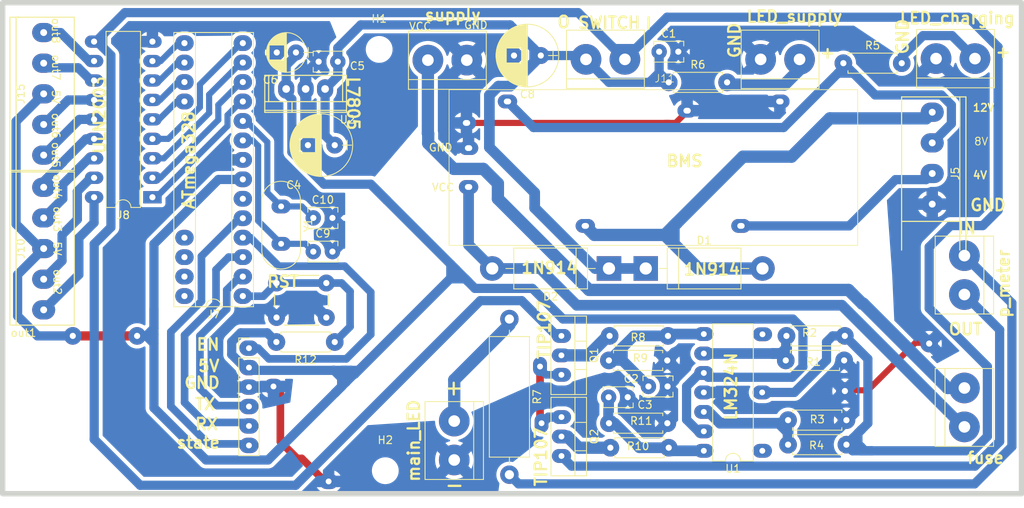
<source format=kicad_pcb>
(kicad_pcb (version 20240108) (generator "pcbnew") (generator_version "8.0")
  (layers (0 "F.Cu" signal) (31 "B.Cu" signal) (34 "B.Paste" user) (35 "F.Paste" user) (36 "B.SilkS" user "B.Silkscreen") (37 "F.SilkS" user "F.Silkscreen") (38 "B.Mask" user) (39 "F.Mask" user) (44 "Edge.Cuts" user))
  (net 0 "")
  (net 1 "/COM")
  (net 2 "/5V")
  (net 4 "/VCC1")
  (net 5 "Net-(D4-A)")
  (net 6 "Net-(D5-A)")
  (net 7 "/VCC")
  (net 8 "/4V_out")
  (net 9 "/8V_out")
  (net 10 "/12V_out")
  (net 11 "/SWITCH")
  (net 12 "/RST")
  (net 13 "/IN8")
  (net 14 "/IN1")
  (net 15 "/IN7")
  (net 16 "/IN2")
  (net 17 "/IN6")
  (net 18 "/IN3")
  (net 19 "/IN5")
  (net 20 "/IN4")
  (net 26 "/OUT8")
  (net 27 "/OUT7")
  (net 28 "/OUT6")
  (net 29 "/OUT5")
  (net 30 "/OUT4")
  (net 31 "/OUT3")
  (net 32 "/OUT2")
  (net 33 "/OUT1")
  (net 34 "/O1")
  (net 35 "/O2")
  (net 36 "GND")
  (net 37 "/1")
  (net 38 "/RX")
  (net 39 "/TX")
  (net 40 "/EN")
  (net 41 "/State")
  (net 42 "/C1")
  (net 43 "/C2")
  (net 44 "/IN_1")
  (net 45 "/IN_2")
  (net 46 "/G1")
  (net 47 "/s")
  (net 48 "/G2")
  (net 49 "/P1")
  (net 50 "Net-(R7-Pad2)")
  (footprint "Package_TO_SOT_THT:TO-220-3_Vertical" (layer "F.Cu") (at 146.2 115 -90)
    (property "Reference" "Q2")
    (property "Value" "NMOS")
  )
  (footprint "MY_LIB:Resistor_small" (layer "F.Cu") (at 183.19 104.4 180)
    (property "Reference" "R2")
    (property "Value" "R")
  )
  (footprint "MY_LIB:Resistor_small" (layer "F.Cu") (at 175.78 115.4)
    (property "Reference" "R3")
    (property "Value" "R")
  )
  (footprint "MY_LIB:Capacitor_10uF" (layer "F.Cu") (at 111.5325 67.4 180)
    (property "Reference" "C6")
    (property "Value" "C")
  )
  (footprint "" (layer "F.Cu") (at 143.4 108.4 90)
    (property "Reference" "")
    (property "Value" "")
  )
  (footprint "MY_LIB:Push_Button" (layer "F.Cu") (at 109 97.5)
    (property "Reference" "SW1" (hide yes))
    (property "Value" "SW_SPST")
  )
  (footprint "MY_LIB:Capacitor_Disc_Small" (layer "F.Cu") (at 117 68.6 180)
    (property "Reference" "C5")
    (property "Value" "C")
  )
  (footprint "MY_LIB:Capacitor_100uF" (layer "F.Cu") (at 116.6 79.5 180)
    (property "Reference" "C4")
    (property "Value" "C")
  )
  (footprint "MY_LIB:Voltage_Regulators" (layer "F.Cu") (at 112.8 72.165 180)
    (property "Reference" "U2")
    (property "Value" "L7805")
  )
  (footprint "MY_LIB:Resistor_small" (layer "F.Cu") (at 183 68.8)
    (property "Reference" "R5")
    (property "Value" "R")
  )
  (footprint "MY_LIB:Capacitor_Disc_Small" (layer "F.Cu") (at 158.95 67.3)
    (property "Reference" "C1")
    (property "Value" "C")
  )
  (footprint "MY_LIB:Resistor_small" (layer "F.Cu") (at 160.2 71.3)
    (property "Reference" "R6")
    (property "Value" "R")
  )
  (footprint "Resistor_THT:R_Axial_DIN0516_L15.5mm_D5.0mm_P20.32mm_Horizontal" (layer "F.Cu") (at 139.4 102.2 -90)
    (property "Reference" "R7")
    (property "Value" "R" (hide yes))
  )
  (footprint "" (layer "F.Cu") (at 162.6 75)
    (property "Reference" "")
    (property "Value" "")
  )
  (footprint "MY_LIB:bornier2" (layer "F.Cu") (at 149.4 68.3)
    (property "Reference" "J6" (hide yes))
    (property "Value" "Conn_01x02_Pin" (hide yes))
  )
  (footprint "MountingHole:MountingHole_3mm" (layer "F.Cu") (at 123.2 122)
    (property "Reference" "H2")
    (property "Value" "MountingHole")
  )
  (footprint "MY_LIB:bornier2" (layer "F.Cu") (at 198.8 111.2 -90)
    (property "Reference" "J2" (hide yes))
    (property "Value" "Conn_01x02_Pin" (hide yes))
  )
  (footprint "MY_LIB:new_5_jst_bournier" (layer "F.Cu") (at 78.6 98 90)
    (property "Reference" "J10")
    (property "Value" "Conn_01x05_Pin")
  )
  (footprint "MY_LIB:Resistor_small" (layer "F.Cu") (at 116.6 105.2 180)
    (property "Reference" "R12")
    (property "Value" "R")
  )
  (footprint "Connector_PinHeader_2.54mm:PinHeader_1x06_P2.54mm_Vertical" (layer "F.Cu") (at 105.4 106)
    (property "Reference" "J9" (hide yes))
    (property "Value" "Conn_01x06_Pin")
  )
  (footprint "MY_LIB:bornier2" (layer "F.Cu") (at 198.8 99 90)
    (property "Reference" "RV1" (hide yes))
    (property "Value" "R_Potentiometer" (hide yes))
  )
  (footprint "MY_LIB:bornier2" (layer "F.Cu") (at 195.1 68.2)
    (property "Reference" "D4" (hide yes))
    (property "Value" "LED")
  )
  (footprint "MY_LIB:DIP-28" (layer "F.Cu") (at 104.6 99.2 180)
    (property "Reference" "J7")
    (property "Value" "Conn_02x14_Counter_Clockwise" (hide yes))
  )
  (footprint "MY_LIB:bornier2" (layer "F.Cu") (at 128.76 68.4)
    (property "Reference" "J1" (hide yes))
    (property "Value" "Conn_01x02_Pin" (hide yes))
  )
  (footprint "MY_LIB:Crystal" (layer "F.Cu") (at 109.6 87.5 -90)
    (property "Reference" "Y1")
    (property "Value" "Crystal" (hide yes))
  )
  (footprint "MY_LIB:Capacitor_Disc_Small" (layer "F.Cu") (at 113.8 89)
    (property "Reference" "C10")
    (property "Value" "C" (hide yes))
  )
  (footprint "MY_LIB:bornier2" (layer "F.Cu") (at 132.2 120.6 90)
    (property "Reference" "D3" (hide yes))
    (property "Value" "LED")
  )
  (footprint "" (layer "F.Cu") (at 115.8 123.4)
    (property "Reference" "")
    (property "Value" "")
  )
  (footprint "MY_LIB:Capacitor_Disc_Small" (layer "F.Cu") (at 152.35 112.4)
    (property "Reference" "C3")
    (property "Value" "C")
  )
  (footprint "" (layer "F.Cu") (at 90.8 104.4)
    (property "Reference" "")
    (property "Value" "")
  )
  (footprint "MY_LIB:Resistor_small" (layer "F.Cu") (at 175.48 107.6)
    (property "Reference" "R1")
    (property "Value" "R")
  )
  (footprint "Package_TO_SOT_THT:TO-220-3_Vertical" (layer "F.Cu") (at 146.19 104.4 -90)
    (property "Reference" "Q1")
    (property "Value" "NMOS" (hide yes))
  )
  (footprint "MY_LIB:Resistor_small" (layer "F.Cu") (at 160.1 104.4 180)
    (property "Reference" "R8")
    (property "Value" "R")
  )
  (footprint "MY_LIB:new_5_jst_bournier" (layer "F.Cu") (at 78.6 77.8 90)
    (property "Reference" "J15")
    (property "Value" "Conn_01x05_Pin")
  )
  (footprint "MY_LIB:Resistor_small" (layer "F.Cu") (at 152.39 107.6)
    (property "Reference" "R9")
    (property "Value" "R")
  )
  (footprint "MY_LIB:Resistor_small" (layer "F.Cu") (at 160.2 119 180)
    (property "Reference" "R10")
    (property "Value" "R")
  )
  (footprint "" (layer "F.Cu") (at 82.4 104.4)
    (property "Reference" "")
    (property "Value" "")
  )
  (footprint "MY_LIB:Resistor_small" (layer "F.Cu") (at 152.4 115.8)
    (property "Reference" "R11")
    (property "Value" "R")
  )
  (footprint "MountingHole:MountingHole_3mm" (layer "F.Cu") (at 122.4 67)
    (property "Reference" "H1")
    (property "Value" "MountingHole")
  )
  (footprint "" (layer "F.Cu") (at 133.8 76.6)
    (property "Reference" "")
    (property "Value" "")
  )
  (footprint "MY_LIB:Capacitor_Disc_Small" (layer "F.Cu") (at 157.55 111)
    (property "Reference" "C2")
    (property "Value" "C")
  )
  (footprint "MY_LIB:Diode_Medium" (layer "F.Cu") (at 157.2 95.6)
    (property "Reference" "D1")
    (property "Value" "1N914")
  )
  (footprint "MY_LIB:Diode_Medium" (layer "F.Cu") (at 152.4 95.6 180)
    (property "Reference" "D2")
    (property "Value" "1N914")
  )
  (footprint "" (layer "F.Cu") (at 143.6 115.8 90)
    (property "Reference" "")
    (property "Value" "")
  )
  (footprint "MY_LIB:Capacitor_100uF" (layer "F.Cu") (at 143.5 67.8 180)
    (property "Reference" "C8")
    (property "Value" "C")
  )
  (footprint "Package_DIP:DIP-14_W7.62mm" (layer "F.Cu") (at 172.4 119.4 180)
    (property "Reference" "U1")
    (property "Value" "~")
  )
  (footprint "" (layer "F.Cu") (at 108.6 111)
    (property "Reference" "")
    (property "Value" "")
  )
  (footprint "MY_LIB:new_5_jst_bournier" (layer "F.Cu") (at 194.6 78.2 -90)
    (property "Reference" "J5")
    (property "Value" "Conn_01x04_Pin")
  )
  (footprint "" (layer "F.Cu") (at 194.2 105.4)
    (property "Reference" "")
    (property "Value" "")
  )
  (footprint "MY_LIB:bornier2" (layer "F.Cu") (at 172.2 68.3)
    (property "Reference" "D5" (hide yes))
    (property "Value" "LED")
  )
  (footprint "BMS:BMS" (layer "F.Cu") (at 159.47 74.8)
    (property "Reference" "J11")
    (property "Value" "Conn_01x06_Pin" (hide yes))
  )
  (footprint "Package_DIP:DIP-18_W7.62mm_LongPads" (layer "F.Cu") (at 92.8 86.3 180)
    (property "Reference" "J8")
    (property "Value" "Conn_02x09_Counter_Clockwise" (hide yes))
  )
  (footprint "MY_LIB:Capacitor_Disc_Small" (layer "F.Cu") (at 113.8 93.4)
    (property "Reference" "C9")
    (property "Value" "C" (hide yes))
  )
  (footprint "" (layer "F.Cu") (at 183.2 111.6)
    (property "Reference" "")
    (property "Value" "")
  )
  (footprint "MY_LIB:Resistor_small" (layer "F.Cu") (at 183.4 118.6 180)
    (property "Reference" "R4")
    (property "Value" "R")
  )
  (gr_rect (start 73.25 60.9) (end 206.25 125) (stroke (width 0.7)) (fill none) (layer "Edge.Cuts"))
  (gr_text "out1\n" (at 74.2 104.6 0) (layer "F.SilkS") (effects (font (size 1 1)) (justify left bottom)))
  (gr_text "ATmega328" (at 98.4 88 90) (layer "F.SilkS") (effects (font (size 1.5 1.5) (thickness 0.3) (bold yes)) (justify left bottom)))
  (gr_text "GND\n" (at 169.66 68.3 90) (layer "F.SilkS") (effects (font (size 1.5 1.5) (thickness 0.3) (bold yes)) (justify left bottom)))
  (gr_text "ULN2003" (at 86.8 80.8 90) (layer "F.SilkS") (effects (font (size 1.5 1.5) (thickness 0.3) (bold yes)) (justify left bottom)))
  (gr_text "BMS" (at 159.75 82.45 0) (layer "F.SilkS") (effects (font (size 1.5 1.5) (thickness 0.3) (bold yes)) (justify left bottom)))
  (gr_text "1N914" (at 162 96.6 0) (layer "F.SilkS") (effects (font (size 1.5 1.5) (thickness 0.3) (bold yes)) (justify left bottom)))
  (gr_text "4V" (at 199.8 84 0) (layer "F.SilkS") (effects (font (size 1 1) (thickness 0.2) (bold yes)) (justify left bottom)))
  (gr_text "LED_supply" (at 170.2 63.6 0) (layer "F.SilkS") (effects (font (size 1.5 1.5) (thickness 0.3) (bold yes)) (justify left bottom)))
  (gr_text "5V" (at 98.6 109.2 0) (layer "F.SilkS") (effects (font (size 1.5 1.5) (thickness 0.3) (bold yes)) (justify left bottom)))
  (gr_text "out2\n" (at 79.8 95.6 -90) (layer "F.SilkS") (effects (font (size 1 1)) (justify left bottom)))
  (gr_text "out4" (at 79.8 83.2 -90) (layer "F.SilkS") (effects (font (size 1 1)) (justify left bottom)))
  (gr_text "SWITCH" (at 148.2 64.4 0) (layer "F.SilkS") (effects (font (size 1.5 1.5) (thickness 0.3) (bold yes)) (justify left bottom)))
  (gr_text "+" (at 202.72 68.2 0) (layer "F.SilkS") (effects (font (size 1.5 1.5) (thickness 0.3) (bold yes)) (justify left bottom)))
  (gr_text "I" (at 157.02 64.49 0) (layer "F.SilkS") (effects (font (size 1.5 1.5) (thickness 0.3) (bold yes)) (justify left bottom)))
  (gr_text "out7" (at 80.8 67.6 -90) (layer "F.SilkS") (effects (font (size 1 1)) (justify left top)))
  (gr_text "TIP107" (at 144.4 124.2 90) (layer "F.SilkS") (effects (font (size 1.5 1.5) (thickness 0.3) (bold yes)) (justify left bottom)))
  (gr_text "GND\n" (at 128.8 80.4 0) (layer "F.SilkS") (effects (font (size 1 1)) (justify left bottom)))
  (gr_text "out5" (at 79.6 79 -90) (layer "F.SilkS") (effects (font (size 1 1)) (justify left bottom)))
  (gr_text "GND" (at 96.8 111.4 0) (layer "F.SilkS") (effects (font (size 1.5 1.5) (thickness 0.3) (bold yes)) (justify left bottom)))
  (gr_text "+" (at 130.7 112.3 0) (layer "F.SilkS") (effects (font (size 2 2) (thickness 0.3) (bold yes)) (justify left bottom)))
  (gr_text "-" (at 130.8 125 0) (layer "F.SilkS") (effects (font (size 2 2) (thickness 0.3) (bold yes)) (justify left bottom)))
  (gr_text "GND" (at 133.4 64.4 0) (layer "F.SilkS") (effects (font (size 1 1)) (justify left bottom)))
  (gr_text "IN" (at 197.8 91.2 0) (layer "F.SilkS") (effects (font (size 1.5 1.5) (thickness 0.3) (bold yes)) (justify left bottom)))
  (gr_text "LED_charging" (at 190.2 63.8 0) (layer "F.SilkS") (effects (font (size 1.5 1.5) (thickness 0.3) (bold yes)) (justify left bottom)))
  (gr_text "p_meter" (at 204.8 102.2 90) (layer "F.SilkS") (effects (font (size 1.5 1.5) (thickness 0.3) (bold yes)) (justify left bottom)))
  (gr_text "5V" (at 79.6 72.2 -90) (layer "F.SilkS") (effects (font (size 1 1)) (justify left bottom)))
  (gr_text "out3" (at 79.8 87.4 -90) (layer "F.SilkS") (effects (font (size 1 1)) (justify left bottom)))
  (gr_text "VCC" (at 126.22 64.59 0) (layer "F.SilkS") (effects (font (size 1 1)) (justify left bottom)))
  (gr_text "RST" (at 107.6 98.2 0) (layer "F.SilkS") (effects (font (size 1.5 1.5) (thickness 0.3) (bold yes)) (justify left bottom)))
  (gr_text "fuse" (at 199 121.2 0) (layer "F.SilkS") (effects (font (size 1.5 1.5) (thickness 0.3) (bold yes)) (justify left bottom)))
  (gr_text "EN" (at 98.4 106.4 0) (layer "F.SilkS") (effects (font (size 1.5 1.5) (thickness 0.3) (bold yes)) (justify left bottom)))
  (gr_text "12V" (at 199.8 75.2 0) (layer "F.SilkS") (effects (font (size 1 1) (thickness 0.1875)) (justify left bottom)))
  (gr_text "OUT" (at 196.6 104.4 0) (layer "F.SilkS") (effects (font (size 1.5 1.5) (thickness 0.3) (bold yes)) (justify left bottom)))
  (gr_text "5V" (at 79.8 92 -90) (layer "F.SilkS") (effects (font (size 1 1)) (justify left bottom)))
  (gr_text "out8" (at 79.6 62.8 -90) (layer "F.SilkS") (effects (font (size 1 1)) (justify left bottom)))
  (gr_text "8V" (at 200 79.6 0) (layer "F.SilkS") (effects (font (size 1 1) (thickness 0.125)) (justify left bottom)))
  (gr_text "+" (at 179.82 68.3 0) (layer "F.SilkS") (effects (font (size 1.5 1.5) (thickness 0.3) (bold yes)) (justify left bottom)))
  (gr_text "main_LED" (at 127.8 123.6 90) (layer "F.SilkS") (effects (font (size 1.5 1.5) (thickness 0.3) (bold yes)) (justify left bottom)))
  (gr_text "GND\n" (at 199.4 88.2 0) (layer "F.SilkS") (effects (font (size 1.5 1.5) (thickness 0.3) (bold yes)) (justify left bottom)))
  (gr_text "LM324N" (at 169.2 115.6 90) (layer "F.SilkS") (effects (font (size 1.5 1.5) (thickness 0.3) (bold yes)) (justify left bottom)))
  (gr_text "TX" (at 98.2 114.2 0) (layer "F.SilkS") (effects (font (size 1.5 1.5) (thickness 0.3) (bold yes)) (justify left bottom)))
  (gr_text "GND\n" (at 191.6 67.8 90) (layer "F.SilkS") (effects (font (size 1.5 1.5) (thickness 0.3) (bold yes)) (justify left bottom)))
  (gr_text "state" (at 95.8 119.2 0) (layer "F.SilkS") (effects (font (size 1.5 1.5) (thickness 0.3) (bold yes)) (justify left bottom)))
  (gr_text "TIP107" (at 144.8 107.6 90) (layer "F.SilkS") (effects (font (size 1.5 1.5) (thickness 0.3) (bold yes)) (justify left bottom)))
  (gr_text "L7805" (at 118.134 70.387 -90) (layer "F.SilkS") (effects (font (size 1.5 1.5) (thickness 0.3) (bold yes)) (justify left bottom)))
  (gr_text "O" (at 145.5 64.3 0) (layer "F.SilkS") (effects (font (size 1.5 1.5) (thickness 0.3) (bold yes)) (justify left bottom)))
  (gr_text "VCC" (at 129.2 85.6 0) (layer "F.SilkS") (effects (font (size 1 1)) (justify left bottom)))
  (gr_text "RX" (at 98.2 116.8 0) (layer "F.SilkS") (effects (font (size 1.5 1.5) (thickness 0.3) (bold yes)) (justify left bottom)))
  (gr_text "1N914" (at 140.8 96.4 0) (layer "F.SilkS") (effects (font (size 1.5 1.5) (thickness 0.3) (bold yes)) (justify left bottom)))
  (gr_text "out6" (at 79.6 75.2 -90) (layer "F.SilkS") (effects (font (size 1 1)) (justify left bottom)))
  (gr_text "supply" (at 128.2 63.4 0) (layer "F.SilkS") (effects (font (size 1.5 1.5) (thickness 0.3) (bold yes)) (justify left bottom)))
  (segment (start 157.9 71.1) (end 158.95 70.05) (width 1.2) (layer "B.Cu") (net 1))
  (segment (start 157.9 71.3) (end 157.9 71.1) (width 1.2) (layer "B.Cu") (net 1))
  (segment (start 142.6 68.7) (end 143.5 67.8) (width 1.4) (layer "B.Cu") (net 1))
  (segment (start 160 71.5) (end 160.2 71.3) (width 1.6) (layer "B.Cu") (net 1))
  (segment (start 117 68.6) (end 117 66.8) (width 1.2) (layer "B.Cu") (net 1))
  (segment (start 152.4 71.3) (end 157.9 71.3) (width 1.2) (layer "B.Cu") (net 1))
  (segment (start 139.5 63.8) (end 142.55 66.85) (width 1.2) (layer "B.Cu") (net 1))
  (segment (start 136.788 79.788) (end 136.788 72.971573) (width 1.4) (layer "B.Cu") (net 1))
  (segment (start 136.788 72.971573) (end 137.959573 71.8) (width 1.4) (layer "B.Cu") (net 1))
  (segment (start 139.5 71.8) (end 142.6 68.7) (width 1.4) (layer "B.Cu") (net 1))
  (segment (start 149.3 68.4) (end 149.4 68.3) (width 1.6) (layer "B.Cu") (net 1))
  (segment (start 158.95 67.3) (end 158.95 70.05) (width 1.2) (layer "B.Cu") (net 1))
  (segment (start 142.7 87.7) (end 142.7 85.7) (width 1.4) (layer "B.Cu") (net 1))
  (segment (start 115.34 72.165) (end 115.34 78.24) (width 1.2) (layer "B.Cu") (net 1))
  (segment (start 117 68.6) (end 117 70.505) (width 1.2) (layer "B.Cu") (net 1))
  (segment (start 142.55 66.85) (end 143.5 67.8) (width 1.2) (layer "B.Cu") (net 1))
  (segment (start 117 70.505) (end 115.34 72.165) (width 1.2) (layer "B.Cu") (net 1))
  (segment (start 142.6 66.9) (end 142.6 68.7) (width 1.2) (layer "B.Cu") (net 1))
  (segment (start 157.9 71.3) (end 160.2 71.3) (width 1.2) (layer "B.Cu") (net 1))
  (segment (start 149.4 68.3) (end 149.4 69.1) (width 1.6) (layer "B.Cu") (net 1))
  (segment (start 149.4 68.3) (end 152.4 71.3) (width 1.2) (layer "B.Cu") (net 1))
  (segment (start 150.6 95.6) (end 142.7 87.7) (width 1.4) (layer "B.Cu") (net 1))
  (segment (start 158.95 70.05) (end 160.2 71.3) (width 1.2) (layer "B.Cu") (net 1))
  (segment (start 156.8 96) (end 157.2 95.6) (width 1.4) (layer "B.Cu") (net 1))
  (segment (start 142.7 85.7) (end 136.788 79.788) (width 1.4) (layer "B.Cu") (net 1))
  (segment (start 120 63.8) (end 139.5 63.8) (width 1.2) (layer "B.Cu") (net 1))
  (segment (start 143.5 67.8) (end 148.9 67.8) (width 1.2) (layer "B.Cu") (net 1))
  (segment (start 152.4 95.6) (end 150.6 95.6) (width 1.4) (layer "B.Cu") (net 1))
  (segment (start 115.34 78.24) (end 116.6 79.5) (width 1.2) (layer "B.Cu") (net 1))
  (segment (start 157.2 95.6) (end 152.4 95.6) (width 1.4) (layer "B.Cu") (net 1))
  (segment (start 117 66.8) (end 120 63.8) (width 1.2) (layer "B.Cu") (net 1))
  (segment (start 148.9 67.8) (end 149.4 68.3) (width 1.2) (layer "B.Cu") (net 1))
  (segment (start 142.55 66.85) (end 142.6 66.9) (width 1.2) (layer "B.Cu") (net 1))
  (segment (start 137.959573 71.8) (end 139.5 71.8) (width 1.4) (layer "B.Cu") (net 1))
  (segment (start 83.6 104.4) (end 90.6 104.4) (width 1.2) (layer "F.Cu") (net 2))
  (segment (start 119.52 108.9) (end 119.56 108.94) (width 1.2) (layer "B.Cu") (net 2))
  (segment (start 110.26 72.165) (end 110.26 69.071638) (width 1.2) (layer "B.Cu") (net 2))
  (segment (start 131.65 96.95) (end 132.4 96.2) (width 1.2) (layer "B.Cu") (net 2))
  (segment (start 105.26 108.4) (end 105.4 108.54) (width 1.2) (layer "B.Cu") (net 2))
  (segment (start 116.5 108.9) (end 117.5 109.9) (width 1.2) (layer "B.Cu") (net 2))
  (segment (start 132.4 95.7) (end 133.95 97.25) (width 1.2) (layer "B.Cu") (net 2))
  (segment (start 117.6 108.9) (end 119.52 108.9) (width 1.2) (layer "B.Cu") (net 2))
  (segment (start 92.8 104.4) (end 93 104.2) (width 1.2) (layer "B.Cu") (net 2))
  (segment (start 105.44 108.5) (end 105.4 108.54) (width 1.2) (layer "B.Cu") (net 2))
  (segment (start 93 105.4) (end 93 104.2) (width 1.2) (layer "B.Cu") (net 2))
  (segment (start 103.15 105.171573) (end 104.321573 104) (width 1.2) (layer "B.Cu") (net 2))
  (segment (start 146.4 102.2) (end 176.41056 102.2) (width 1.2) (layer "B.Cu") (net 2))
  (segment (start 105.4 108.54) (end 105.76 108.9) (width 1.2) (layer "B.Cu") (net 2))
  (segment (start 118.7 108.9) (end 119.2 109.4) (width 1.2) (layer "B.Cu") (net 2))
  (segment (start 176.32056 109.8) (end 165.34 109.8) (width 1.2) (layer "B.Cu") (net 2))
  (segment (start 132.4 96.2) (end 132.4 95.7) (width 1.2) (layer "B.Cu") (net 2))
  (segment (start 90.8 104.4) (end 92.8 104.4) (width 1.2) (layer "B.Cu") (net 2))
  (segment (start 111 80.4) (end 115.2 84.6) (width 1.2) (layer "B.Cu") (net 2))
  (segment (start 110.26 72.165) (end 110.26 72.744138) (width 1.2) (layer "B.Cu") (net 2))
  (segment (start 78.2 93) (end 75 89.8) (width 1.2) (layer "B.Cu") (net 2))
  (segment (start 119.56 108.94) (end 118.05 110.45) (width 1.2) (layer "B.Cu") (net 2))
  (segment (start 75 89.8) (end 75 76.4) (width 1.2) (layer "B.Cu") (net 2))
  (segment (start 105.66 108.5) (end 105.44 108.5) (width 1.2) (layer "B.Cu") (net 2))
  (segment (start 99.8 120.6) (end 93 113.8) (width 1.2) (layer "B.Cu") (net 2))
  (segment (start 93 113.8) (end 93 105.4) (width 1.2) (layer "B.Cu") (net 2))
  (segment (start 75.2 96.4) (end 75.2 101.8) (width 1.2) (layer "B.Cu") (net 2))
  (segment (start 131.65 96.95) (end 119.2 109.4) (width 1.2) (layer "B.Cu") (net 2))
  (segment (start 103.15 106.828427) (end 103.15 105.171573) (width 1.2) (layer "B.Cu") (net 2))
  (segment (start 121.3 84.6) (end 123.4 86.7) (width 1.2) (layer "B.Cu") (net 2))
  (segment (start 111.5325 67.799138) (end 111.5325 67.4) (width 1.2) (layer "B.Cu") (net 2))
  (segment (start 133.65 96.95) (end 133.95 97.25) (width 1.2) (layer "B.Cu") (net 2))
  (segment (start 177.72 108.40056) (end 176.32056 109.8) (width 1.2) (layer "B.Cu") (net 2))
  (segment (start 118 110.4) (end 118 108.9) (width 1.2) (layer "B.Cu") (net 2))
  (segment (start 142.4 98.2) (end 146.4 102.2) (width 1.2) (layer "B.Cu") (net 2))
  (segment (start 75 76.4) (end 78.6 72.8) (width 1.2) (layer "B.Cu") (net 2))
  (segment (start 116.4 108.9) (end 117.6 108.9) (width 1.2) (layer "B.Cu") (net 2))
  (segment (start 104.58 83.98) (end 104.6 83.96) (width 1.2) (layer "B.Cu") (net 2))
  (segment (start 77.8 104.4) (end 82.4 104.4) (width 1.2) (layer "B.Cu") (net 2))
  (segment (start 110.26 72.744138) (end 111 73.484138) (width 1.2) (layer "B.Cu") (net 2))
  (segment (start 117.6 108.9) (end 118 108.9) (width 1.2) (layer "B.Cu") (net 2))
  (segment (start 105.66 108.4) (end 105.52 108.54) (width 1.2) (layer "B.Cu") (net 2))
  (segment (start 132.2 95.5) (end 132.4 95.7) (width 1.2) (layer "B.Cu") (net 2))
  (segment (start 118 108.9) (end 118.7 108.9) (width 1.2) (layer "B.Cu") (net 2))
  (segment (start 107.9 120.6) (end 99.8 120.6) (width 1.2) (layer "B.Cu") (net 2))
  (segment (start 131.75 96.85) (end 131.75 95.05) (width 1.2) (layer "B.Cu") (net 2))
  (segment (start 75.2 101.8) (end 77.8 104.4) (width 1.2) (layer "B.Cu") (net 2))
  (segment (start 105.04 108.4) (end 105.26 108.4) (width 1.2) (layer "B.Cu") (net 2))
  (segment (start 162.53 110.992994) (end 162.53 115.33) (width 1.2) (layer "B.Cu") (net 2))
  (segment (start 105.52 108.54) (end 105.4 108.54) (width 1.2) (layer "B.Cu") (net 2))
  (segment (start 162.53 115.33) (end 164.06 116.86) (width 1.2) (layer "B.Cu") (net 2))
  (segment (start 92 104.4) (end 93 103.4) (width 1.2) (layer "B.Cu") (net 2))
  (segment (start 131.65 96.95) (end 131.75 96.85) (width 1.2) (layer "B.Cu") (net 2))
  (segment (start 116.65 111.85) (end 117.5 111) (width 1.2) (layer "B.Cu") (net 2))
  (segment (start 110.26 69.071638) (end 111.5325 67.799138) (width 1.2) (layer "B.Cu") (net 2))
  (segment (start 105.66 108.9) (end 105.4 108.64) (width 1.2) (layer "B.Cu") (net 2))
  (segment (start 105.4 108.54) (end 104.861573 108.54) (width 1.2) (layer "B.Cu") (net 2))
  (segment (start 105.4 108.34) (end 105.4 108.54) (width 1.2) (layer "B.Cu") (net 2))
  (segment (start 93 103.4) (end 93 100.8) (width 1.2) (layer "B.Cu") (net 2))
  (segment (start 93 103.4) (end 93 92.4) (width 1.2) (layer "B.Cu") (net 2))
  (segment (start 164.282994 109.24) (end 162.53 110.992994) (width 1.2) (layer "B.Cu") (net 2))
  (segment (start 93 92.4) (end 101.42 83.98) (width 1.2) (layer "B.Cu") (net 2))
  (segment (start 164.06 116.86) (end 164.78 116.86) (width 1.2) (layer "B.Cu") (net 2))
  (segment (start 90.8 104.4) (end 92 104.4) (width 1.2) (layer "B.Cu") (net 2))
  (segment (start 101.42 83.98) (end 104.58 83.98) (width 1.2) (layer "B.Cu") (net 2))
  (segment (start 117.5 109.9) (end 118 110.4) (width 1.2) (layer "B.Cu") (net 2))
  (segment (start 92 104.4) (end 93 105.4) (width 1.2) (layer "B.Cu") (net 2))
  (segment (start 131.65 96.95) (end 133.65 96.95) (width 1.2) (layer "B.Cu") (net 2))
  (segment (start 131.75 95.05) (end 132.2 95.5) (width 1.2) (layer "B.Cu") (net 2))
  (segment (start 116.4 108.9) (end 116.5 108.9) (width 1.2) (layer "B.Cu") (net 2))
  (segment (start 107.78 104) (end 108.98 105.2) (width 1.2) (layer "B.Cu") (net 2))
  (segment (start 78.6 93) (end 78.2 93) (width 1.2) (layer "B.Cu") (net 2))
  (segment (start 111 73.484138) (end 111 80.4) (width 1.2) (layer "B.Cu") (net 2))
  (segment (start 176.41056 102.2) (end 177.72 103.50944) (width 1.2) (layer "B.Cu") (net 2))
  (segment (start 105.3 108.54) (end 105.4 108.54) (width 1.2) (layer "B.Cu") (net 2))
  (segment (start 104.861573 108.54) (end 103.15 106.828427) (width 1.2) (layer "B.Cu") (net 2))
  (segment (start 123.4 86.7) (end 131.75 95.05) (width 1.2) (layer "B.Cu") (net 2))
  (segment (start 134.9 98.2) (end 142.4 98.2) (width 1.2) (layer "B.Cu") (net 2))
  (segment (start 115.2 84.6) (end 121.3 84.6) (width 1.2) (layer "B.Cu") (net 2))
  (segment (start 116.65 111.85) (end 107.9 120.6) (width 1.2) (layer "B.Cu") (net 2))
  (segment (start 105.4 108.64) (end 105.4 108.54) (width 1.2) (layer "B.Cu") (net 2))
  (segment (start 133.95 97.25) (end 134.9 98.2) (width 1.2) (layer "B.Cu") (net 2))
  (segment (start 177.72 103.50944) (end 177.72 108.40056) (width 1.2) (layer "B.Cu") (net 2))
  (segment (start 118.05 110.45) (end 116.65 111.85) (width 1.2) (layer "B.Cu") (net 2))
  (segment (start 118.05 110.45) (end 118 110.4) (width 1.2) (layer "B.Cu") (net 2))
  (segment (start 105.76 108.9) (end 116.4 108.9) (width 1.2) (layer "B.Cu") (net 2))
  (segment (start 164.78 109.24) (end 164.282994 109.24) (width 1.2) (layer "B.Cu") (net 2))
  (segment (start 93 104.2) (end 93 103.4) (width 1.2) (layer "B.Cu") (net 2))
  (segment (start 117.5 111) (end 117.5 109.9) (width 1.2) (layer "B.Cu") (net 2))
  (segment (start 131.65 96.95) (end 132.05 96.55) (width 1.2) (layer "B.Cu") (net 2))
  (segment (start 78.6 93) (end 75.2 96.4) (width 1.2) (layer "B.Cu") (net 2))
  (segment (start 104.321573 104) (end 107.78 104) (width 1.2) (layer "B.Cu") (net 2))
  (segment (start 165.34 109.8) (end 164.78 109.24) (width 1.2) (layer "B.Cu") (net 2))
  (segment (start 105.04 108.8) (end 105.3 108.54) (width 1.2) (layer "B.Cu") (net 2))
  (segment (start 121.45 84.75) (end 123.4 86.7) (width 1.2) (layer "B.Cu") (net 2))
  (segment (start 134.07 92.51) (end 137.16 95.6) (width 1.4) (layer "B.Cu") (net 4))
  (segment (start 143.4 95.6) (end 148.2 100.4) (width 1.4) (layer "B.Cu") (net 4))
  (segment (start 198.68 116.28) (end 198.8 116.28) (width 1.4) (layer "B.Cu") (net 4))
  (segment (start 148.2 100.4) (end 182.8 100.4) (width 1.4) (layer "B.Cu") (net 4))
  (segment (start 137.16 95.6) (end 143.4 95.6) (width 1.4) (layer "B.Cu") (net 4))
  (segment (start 182.8 100.4) (end 198.68 116.28) (width 1.4) (layer "B.Cu") (net 4))
  (segment (start 134.07 84.96) (end 134.07 92.51) (width 1.4) (layer "B.Cu") (net 4))
  (segment (start 193.4 65.2) (end 197.18 65.2) (width 1.2) (layer "B.Cu") (net 5))
  (segment (start 190.62 67.98) (end 193.4 65.2) (width 1.2) (layer "B.Cu") (net 5))
  (segment (start 197.18 65.2) (end 200.18 68.2) (width 1.2) (layer "B.Cu") (net 5))
  (segment (start 190.62 68.8) (end 190.62 67.98) (width 1.2) (layer "B.Cu") (net 5))
  (segment (start 175.3 71.6) (end 177.28 69.62) (width 1.6) (layer "B.Cu") (net 6))
  (segment (start 167.82 71.3) (end 168.12 71.6) (width 1.6) (layer "B.Cu") (net 6))
  (segment (start 168.12 71.6) (end 175.3 71.6) (width 1.6) (layer "B.Cu") (net 6))
  (segment (start 177.28 69.62) (end 177.28 68.3) (width 1.6) (layer "B.Cu") (net 6))
  (segment (start 183.674516 98.4) (end 185.474516 100.2) (width 1.6) (layer "B.Cu") (net 7))
  (segment (start 128.8 79.26327) (end 132.13673 82.6) (width 1.6) (layer "B.Cu") (net 7))
  (segment (start 128.8 78) (end 128.8 79.26327) (width 1.6) (layer "B.Cu") (net 7))
  (segment (start 185.474516 100.2) (end 185.6 100.2) (width 1.6) (layer "B.Cu") (net 7))
  (segment (start 137.9 86.5) (end 149.8 98.4) (width 1.6) (layer "B.Cu") (net 7))
  (segment (start 185.6 100.2) (end 196.6 111.2) (width 1.6) (layer "B.Cu") (net 7))
  (segment (start 132.13673 82.6) (end 136 82.6) (width 1.6) (layer "B.Cu") (net 7))
  (segment (start 128.76 68.4) (end 128.76 77.96) (width 1.6) (layer "B.Cu") (net 7))
  (segment (start 196.6 111.2) (end 198.8 111.2) (width 1.6) (layer "B.Cu") (net 7))
  (segment (start 149.8 98.4) (end 183.674516 98.4) (width 1.6) (layer "B.Cu") (net 7))
  (segment (start 137.9 84.5) (end 137.9 86.5) (width 1.6) (layer "B.Cu") (net 7))
  (segment (start 136 82.6) (end 137.9 84.5) (width 1.6) (layer "B.Cu") (net 7))
  (segment (start 128.76 77.96) (end 128.8 78) (width 1.6) (layer "B.Cu") (net 7))
  (segment (start 193.8 84) (end 194.6 83.2) (width 1.2) (layer "B.Cu") (net 8))
  (segment (start 183.76 90.04) (end 189.8 84) (width 1.2) (layer "B.Cu") (net 8))
  (segment (start 189.8 84) (end 193.8 84) (width 1.2) (layer "B.Cu") (net 8))
  (segment (start 169.63 90.04) (end 183.76 90.04) (width 1.2) (layer "B.Cu") (net 8))
  (segment (start 183 69.4) (end 183 68.8) (width 1.2) (layer "B.Cu") (net 9))
  (segment (start 197.1 74.268019) (end 197.1 76.7) (width 1.2) (layer "B.Cu") (net 9))
  (segment (start 197.1 76.7) (end 194.6 79.2) (width 1.2) (layer "B.Cu") (net 9))
  (segment (start 175.2 77.2) (end 182.3 70.1) (width 1.2) (layer "B.Cu") (net 9))
  (segment (start 183 68.8) (end 184.3 70.1) (width 1.2) (layer "B.Cu") (net 9))
  (segment (start 195.781981 72.95) (end 197.1 74.268019) (width 1.2) (layer "B.Cu") (net 9))
  (segment (start 182.3 70.1) (end 184.3 70.1) (width 1.2) (layer "B.Cu") (net 9))
  (segment (start 182.3 70.1) (end 183 69.4) (width 1.2) (layer "B.Cu") (net 9))
  (segment (start 139.15 73.8) (end 142.55 77.2) (width 1.2) (layer "B.Cu") (net 9))
  (segment (start 142.55 77.2) (end 175.2 77.2) (width 1.2) (layer "B.Cu") (net 9))
  (segment (start 187.15 72.95) (end 195.781981 72.95) (width 1.2) (layer "B.Cu") (net 9))
  (segment (start 184.3 70.1) (end 187.15 72.95) (width 1.2) (layer "B.Cu") (net 9))
  (segment (start 149.31 90.04) (end 150.49 91.22) (width 1.6) (layer "B.Cu") (net 10))
  (segment (start 159.68 91.22) (end 160.83 92.37) (width 1.6) (layer "B.Cu") (net 10))
  (segment (start 173.04 96.2) (end 172.44 95.6) (width 1.6) (layer "B.Cu") (net 10))
  (segment (start 150.49 91.22) (end 159.68 91.22) (width 1.6) (layer "B.Cu") (net 10))
  (segment (start 160.83 90.07) (end 160.83 92.37) (width 1.6) (layer "B.Cu") (net 10))
  (segment (start 176.231869 81.003441) (end 181.23531 76) (width 1.6) (layer "B.Cu") (net 10))
  (segment (start 160.83 92.37) (end 164.06 95.6) (width 1.6) (layer "B.Cu") (net 10))
  (segment (start 164.06 95.6) (end 172.44 95.6) (width 1.6) (layer "B.Cu") (net 10))
  (segment (start 181.23531 76) (end 193.8 76) (width 1.6) (layer "B.Cu") (net 10))
  (segment (start 161.25 89.65) (end 160.83 90.07) (width 1.6) (layer "B.Cu") (net 10))
  (segment (start 159.68 91.22) (end 161.25 89.65) (width 1.6) (layer "B.Cu") (net 10))
  (segment (start 161.25 89.65) (end 169.896559 81.003441) (width 1.6) (layer "B.Cu") (net 10))
  (segment (start 169.896559 81.003441) (end 176.231869 81.003441) (width 1.6) (layer "B.Cu") (net 10))
  (segment (start 193.8 76) (end 194.6 75.2) (width 1.6) (layer "B.Cu") (net 10))
  (segment (start 85.2 92.4) (end 85.2 117.9) (width 1.2) (layer "B.Cu") (net 11))
  (segment (start 201.8 108.4) (end 194.2 100.8) (width 1.2) (layer "B.Cu") (net 11))
  (segment (start 185.8 119.4) (end 185.3 118.9) (width 1.2) (layer "B.Cu") (net 11))
  (segment (start 186.7 119.4) (end 199.922641 119.4) (width 1.2) (layer "B.Cu") (net 11))
  (segment (start 152.79 66.61) (end 148.38 62.2) (width 1.2) (layer "B.Cu") (net 11))
  (segment (start 148.38 62.2) (end 89.2 62.2) (width 1.2) (layer "B.Cu") (net 11))
  (segment (start 199.3 62.8) (end 159.98 62.8) (width 1.2) (layer "B.Cu") (net 11))
  (segment (start 186.2 107.41) (end 183.19 104.4) (width 1.2) (layer "B.Cu") (net 11))
  (segment (start 85.2 117.9) (end 91.2 123.9) (width 1.2) (layer "B.Cu") (net 11))
  (segment (start 184.3 117.7) (end 185.35 116.65) (width 1.2) (layer "B.Cu") (net 11))
  (segment (start 86.302792 65.097208) (end 86.302792 66.697208) (width 1.2) (layer "B.Cu") (net 11))
  (segment (start 85.18 65.98) (end 85.585584 65.98) (width 1.2) (layer "B.Cu") (net 11))
  (segment (start 180.8 107.583302) (end 176.603302 111.78) (width 1.2) (layer "B.Cu") (net 11))
  (segment (start 89.2 62.2) (end 86.4 65) (width 1.2) (layer "B.Cu") (net 11))
  (segment (start 135.6 99.8) (end 141 99.8) (width 1.2) (layer "B.Cu") (net 11))
  (segment (start 153.07 66.89) (end 155.89 66.89) (width 1.2) (layer "B.Cu") (net 11))
  (segment (start 201.8 117.522641) (end 201.8 108.4) (width 1.2) (layer "B.Cu") (net 11))
  (segment (start 86.4 65) (end 85.42 65.98) (width 1.2) (layer "B.Cu") (net 11))
  (segment (start 183.4 118.6) (end 184.2 119.4) (width 1.2) (layer "B.Cu") (net 11))
  (segment (start 154.48 68.3) (end 152.79 66.61) (width 1.2) (layer "B.Cu") (net 11))
  (segment (start 194.2 92.794617) (end 196.994617 90) (width 1.2) (layer "B.Cu") (net 11))
  (segment (start 145.6 104.4) (end 146.19 104.4) (width 1.2) (layer "B.Cu") (net 11))
  (segment (start 86.4 65) (end 86.302792 65.097208) (width 1.2) (layer "B.Cu") (net 11))
  (segment (start 180.8 105.2) (end 180.8 107.583302) (width 1.2) (layer "B.Cu") (net 11))
  (segment (start 199.922641 119.4) (end 201.8 117.522641) (width 1.2) (layer "B.Cu") (net 11))
  (segment (start 183.19 104.4) (end 181.6 104.4) (width 1.2) (layer "B.Cu") (net 11))
  (segment (start 194.2 100.8) (end 194.2 92.794617) (width 1.2) (layer "B.Cu") (net 11))
  (segment (start 184.9 118.5) (end 184.2 117.8) (width 1.2) (layer "B.Cu") (net 11))
  (segment (start 155.89 66.89) (end 154.48 68.3) (width 1.2) (layer "B.Cu") (net 11))
  (segment (start 203.2 88) (end 203.2 66.7) (width 1.2) (layer "B.Cu") (net 11))
  (segment (start 141 99.8) (end 145.6 104.4) (width 1.2) (layer "B.Cu") (net 11))
  (segment (start 86.302792 66.697208) (end 87.38 67.774416) (width 1.2) (layer "B.Cu") (net 11))
  (segment (start 87.38 90.22) (end 85.2 92.4) (width 1.2) (layer "B.Cu") (net 11))
  (segment (start 159.98 62.8) (end 155.89 66.89) (width 1.2) (layer "B.Cu") (net 11))
  (segment (start 203.2 66.7) (end 199.3 62.8) (width 1.2) (layer "B.Cu") (net 11))
  (segment (start 85.585584 65.98) (end 86.302792 66.697208) (width 1.2) (layer "B.Cu") (net 11))
  (segment (start 184.2 119.4) (end 185.5 119.4) (width 1.2) (layer "B.Cu") (net 11))
  (segment (start 185.3 119.4) (end 185.3 118.9) (width 1.2) (layer "B.Cu") (net 11))
  (segment (start 185.5 119.4) (end 186.7 119.4) (width 1.2) (layer "B.Cu") (net 11))
  (segment (start 91.2 123.9) (end 111.5 123.9) (width 1.2) (layer "B.Cu") (net 11))
  (segment (start 184.9 117.1) (end 184.9 118.5) (width 1.2) (layer "B.Cu") (net 11))
  (segment (start 201.2 90) (end 203.2 88) (width 1.2) (layer "B.Cu") (net 11))
  (segment (start 87.38 67.774416) (end 87.38 90.22) (width 1.2) (layer "B.Cu") (net 11))
  (segment (start 176.603302 111.78) (end 172.4 111.78) (width 1.2) (layer "B.Cu") (net 11))
  (segment (start 185.35 116.65) (end 186.2 115.8) (width 1.2) (layer "B.Cu") (net 11))
  (segment (start 185.35 116.65) (end 184.9 117.1) (width 1.2) (layer "B.Cu") (net 11))
  (segment (start 185.5 119.4) (end 185.3 119.4) (width 1.2) (layer "B.Cu") (net 11))
  (segment (start 185.3 118.9) (end 184.9 118.5) (width 1.2) (layer "B.Cu") (net 11))
  (segment (start 184.3 117.7) (end 184.2 117.8) (width 1.2) (layer "B.Cu") (net 11))
  (segment (start 186.2 115.8) (end 186.2 107.41) (width 1.2) (layer "B.Cu") (net 11))
  (segment (start 186.7 119.4) (end 185.8 119.4) (width 1.2) (layer "B.Cu") (net 11))
  (segment (start 152.79 66.61) (end 153.07 66.89) (width 1.2) (layer "B.Cu") (net 11))
  (segment (start 183.4 118.6) (end 184.3 117.7) (width 1.2) (layer "B.Cu") (net 11))
  (segment (start 111.5 123.9) (end 135.6 99.8) (width 1.2) (layer "B.Cu") (net 11))
  (segment (start 196.994617 90) (end 201.2 90) (width 1.2) (layer "B.Cu") (net 11))
  (segment (start 181.6 104.4) (end 180.8 105.2) (width 1.2) (layer "B.Cu") (net 11))
  (segment (start 85.42 65.98) (end 85.18 65.98) (width 1.2) (layer "B.Cu") (net 11))
  (segment (start 104.6 99.2) (end 104.62 99.22) (width 1) (layer "B.Cu") (net 12))
  (segment (start 118.6 98.6) (end 118.6 103.2) (width 1) (layer "B.Cu") (net 12))
  (segment (start 109 97.5) (end 115.5 97.5) (width 1) (layer "B.Cu") (net 12))
  (segment (start 107.28 99.22) (end 109 97.5) (width 1) (layer "B.Cu") (net 12))
  (segment (start 104.62 99.22) (end 107.28 99.22) (width 1) (layer "B.Cu") (net 12))
  (segment (start 115.5 97.5) (end 117.5 97.5) (width 1) (layer "B.Cu") (net 12))
  (segment (start 117.5 97.5) (end 118.6 98.6) (width 1) (layer "B.Cu") (net 12))
  (segment (start 118.6 103.2) (end 116.6 105.2) (width 1) (layer "B.Cu") (net 12))
  (segment (start 93.88 68.52) (end 96.22 66.18) (width 0.8) (layer "B.Cu") (net 13))
  (segment (start 92.8 68.52) (end 93.88 68.52) (width 0.8) (layer "B.Cu") (net 13))
  (segment (start 96.22 66.18) (end 96.98 66.18) (width 0.8) (layer "B.Cu") (net 13))
  (segment (start 94.85594 78.68) (end 99 74.53594) (width 0.8) (layer "B.Cu") (net 14))
  (segment (start 104.2 66.18) (end 104.6 66.18) (width 0.8) (layer "B.Cu") (net 14))
  (segment (start 104.18 66.2) (end 104.2 66.18) (width 0.8) (layer "B.Cu") (net 14))
  (segment (start 99 71.56406) (end 104.38406 66.18) (width 0.8) (layer "B.Cu") (net 14))
  (segment (start 99 74.53594) (end 99 71.56406) (width 0.8) (layer "B.Cu") (net 14))
  (segment (start 92.8 78.68) (end 94.85594 78.68) (width 0.8) (layer "B.Cu") (net 14))
  (segment (start 104.38406 66.18) (end 104.6 66.18) (width 0.8) (layer "B.Cu") (net 14))
  (segment (start 92.8 71.06) (end 93.74 71.06) (width 0.8) (layer "B.Cu") (net 15))
  (segment (start 93.74 71.06) (end 96.08 68.72) (width 0.8) (layer "B.Cu") (net 15))
  (segment (start 96.08 68.72) (end 96.98 68.72) (width 0.8) (layer "B.Cu") (net 15))
  (segment (start 104.38406 68.72) (end 104.6 68.72) (width 0.8) (layer "B.Cu") (net 16))
  (segment (start 100.2 72.90406) (end 104.38406 68.72) (width 0.8) (layer "B.Cu") (net 16))
  (segment (start 92.8 81.22) (end 94.282944 81.22) (width 0.8) (layer "B.Cu") (net 16))
  (segment (start 100.2 75.302944) (end 100.2 72.90406) (width 0.8) (layer "B.Cu") (net 16))
  (segment (start 94.282944 81.22) (end 100.2 75.302944) (width 0.8) (layer "B.Cu") (net 16))
  (segment (start 96.14 71.26) (end 96.98 71.26) (width 0.8) (layer "B.Cu") (net 17))
  (segment (start 93.8 73.6) (end 96.14 71.26) (width 0.8) (layer "B.Cu") (net 17))
  (segment (start 92.8 73.6) (end 93.8 73.6) (width 0.8) (layer "B.Cu") (net 17))
  (segment (start 93.84 83.76) (end 101.4 76.2) (width 0.8) (layer "B.Cu") (net 18))
  (segment (start 92.8 83.76) (end 93.84 83.76) (width 0.8) (layer "B.Cu") (net 18))
  (segment (start 104.38406 71.26) (end 104.6 71.26) (width 0.8) (layer "B.Cu") (net 18))
  (segment (start 101.4 74.24406) (end 104.38406 71.26) (width 0.8) (layer "B.Cu") (net 18))
  (segment (start 101.4 76.2) (end 101.4 74.24406) (width 0.8) (layer "B.Cu") (net 18))
  (segment (start 93.66 76.14) (end 96 73.8) (width 0.8) (layer "B.Cu") (net 19))
  (segment (start 92.8 76.14) (end 93.66 76.14) (width 0.8) (layer "B.Cu") (net 19))
  (segment (start 96 73.8) (end 96.98 73.8) (width 0.8) (layer "B.Cu") (net 19))
  (segment (start 104.38406 73.8) (end 104.6 73.8) (width 0.8) (layer "B.Cu") (net 20))
  (segment (start 102.6 75.58406) (end 104.38406 73.8) (width 0.8) (layer "B.Cu") (net 20))
  (segment (start 102.6 77) (end 102.6 75.58406) (width 0.8) (layer "B.Cu") (net 20))
  (segment (start 93.3 86.3) (end 102.6 77) (width 0.8) (layer "B.Cu") (net 20))
  (segment (start 92.8 86.3) (end 93.3 86.3) (width 0.8) (layer "B.Cu") (net 20))
  (segment (start 84.52 68.52) (end 80.8 64.8) (width 1.2) (layer "B.Cu") (net 26))
  (segment (start 80.8 64.8) (end 78.6 64.8) (width 1.2) (layer "B.Cu") (net 26))
  (segment (start 85.18 68.52) (end 84.52 68.52) (width 1.2) (layer "B.Cu") (net 26))
  (segment (start 83.114416 69.4) (end 84.774416 71.06) (width 1.2) (layer "B.Cu") (net 27))
  (segment (start 78.6 68.8) (end 79.2 69.4) (width 1.2) (layer "B.Cu") (net 27))
  (segment (start 79.2 69.4) (end 83.114416 69.4) (width 1.2) (layer "B.Cu") (net 27))
  (segment (start 84.774416 71.06) (end 85.18 71.06) (width 1.2) (layer "B.Cu") (net 27))
  (segment (start 78.6 76.8) (end 81.8 73.6) (width 1.2) (layer "B.Cu") (net 28))
  (segment (start 81.8 73.6) (end 85.18 73.6) (width 1.2) (layer "B.Cu") (net 28))
  (segment (start 83.26 76.14) (end 85.18 76.14) (width 1.2) (layer "B.Cu") (net 29))
  (segment (start 78.6 80.8) (end 83.26 76.14) (width 1.2) (layer "B.Cu") (net 29))
  (segment (start 78.6 85) (end 78.6 84.231981) (width 1.2) (layer "B.Cu") (net 30))
  (segment (start 81.1 81.7) (end 84.12 78.68) (width 1.2) (layer "B.Cu") (net 30))
  (segment (start 81.1 81.731981) (end 81.1 81.7) (width 1.2) (layer "B.Cu") (net 30))
  (segment (start 78.6 84.231981) (end 81.1 81.731981) (width 1.2) (layer "B.Cu") (net 30))
  (segment (start 84.12 78.68) (end 85.18 78.68) (width 1.2) (layer "B.Cu") (net 30))
  (segment (start 81.1 84.617158) (end 84.497158 81.22) (width 1.2) (layer "B.Cu") (net 31))
  (segment (start 81.1 86.5) (end 81.1 84.617158) (width 1.2) (layer "B.Cu") (net 31))
  (segment (start 78.6 89) (end 81.1 86.5) (width 1.2) (layer "B.Cu") (net 31))
  (segment (start 84.497158 81.22) (end 85.18 81.22) (width 1.2) (layer "B.Cu") (net 31))
  (segment (start 81 94.6) (end 81 91.2) (width 1.2) (layer "B.Cu") (net 32))
  (segment (start 84.774416 83.76) (end 85.18 83.76) (width 1.2) (layer "B.Cu") (net 32))
  (segment (start 81 91.2) (end 83 89.2) (width 1.2) (layer "B.Cu") (net 32))
  (segment (start 83 85.534416) (end 84.774416 83.76) (width 1.2) (layer "B.Cu") (net 32))
  (segment (start 78.6 97) (end 81 94.6) (width 1.2) (layer "B.Cu") (net 32))
  (segment (start 83 89.2) (end 83 85.534416) (width 1.2) (layer "B.Cu") (net 32))
  (segment (start 83.2 91.6) (end 85.18 89.62) (width 1.2) (layer "B.Cu") (net 33))
  (segment (start 85.18 89.62) (end 85.18 86.3) (width 1.2) (layer "B.Cu") (net 33))
  (segment (start 83.2 96.4) (end 83.2 91.6) (width 1.2) (layer "B.Cu") (net 33))
  (segment (start 78.6 101) (end 83.2 96.4) (width 1.2) (layer "B.Cu") (net 33))
  (segment (start 160.1 104.4) (end 155.661981 104.4) (width 1.4) (layer "B.Cu") (net 34))
  (segment (start 154.33099 105.73099) (end 152.461981 107.6) (width 1.4) (layer "B.Cu") (net 34))
  (segment (start 160.34 104.16) (end 160.1 104.4) (width 1.4) (layer "B.Cu") (net 34))
  (segment (start 154.33099 105.73099) (end 154.15 105.91198) (width 1.4) (layer "B.Cu") (net 34))
  (segment (start 152.461981 107.6) (end 152.39 107.6) (width 1.4) (layer "B.Cu") (net 34))
  (segment (start 154.15 107.6) (end 157.55 111) (width 1.4) (layer "B.Cu") (net 34))
  (segment (start 155.661981 104.4) (end 154.33099 105.73099) (width 1.4) (layer "B.Cu") (net 34))
  (segment (start 152.39 107.6) (end 154.15 107.6) (width 1.4) (layer "B.Cu") (net 34))
  (segment (start 164.78 104.16) (end 160.34 104.16) (width 1.4) (layer "B.Cu") (net 34))
  (segment (start 154.15 105.91198) (end 154.15 107.6) (width 1.4) (layer "B.Cu") (net 34))
  (segment (start 153.161981 115.8) (end 152.4 115.8) (width 1.4) (layer "B.Cu") (net 35))
  (segment (start 164.78 119.4) (end 160.6 119.4) (width 1.4) (layer "B.Cu") (net 35))
  (segment (start 156.361981 119) (end 153.161981 115.8) (width 1.4) (layer "B.Cu") (net 35))
  (segment (start 152.35 115.75) (end 152.4 115.8) (width 1.4) (layer "B.Cu") (net 35))
  (segment (start 160.6 119.4) (end 160.2 119) (width 1.4) (layer "B.Cu") (net 35))
  (segment (start 160.2 119) (end 156.361981 119) (width 1.4) (layer "B.Cu") (net 35))
  (segment (start 152.35 112.4) (end 152.35 115.75) (width 1.4) (layer "B.Cu") (net 35))
  (segment (start 134.1 76.6) (end 160.3 76.6) (width 0.8) (layer "F.Cu") (net 36))
  (segment (start 183.5 111.5) (end 186.2 111.5) (width 0.8) (layer "F.Cu") (net 36))
  (segment (start 192.4 105.3) (end 194.2 105.3) (width 0.8) (layer "F.Cu") (net 36))
  (segment (start 186.2 111.5) (end 192.4 105.3) (width 0.8) (layer "F.Cu") (net 36))
  (segment (start 109.5 118.2) (end 109.5 111.3) (width 1) (layer "F.Cu") (net 36))
  (segment (start 161.1 76.6) (end 162.4 75.3) (width 0.8) (layer "F.Cu") (net 36))
  (segment (start 159.7 76.6) (end 161.1 76.6) (width 0.8) (layer "F.Cu") (net 36))
  (segment (start 109 110.8) (end 108.1 110.8) (width 1) (layer "F.Cu") (net 36))
  (segment (start 112.3 120.4) (end 111.7 120.4) (width 1) (layer "F.Cu") (net 36))
  (segment (start 115.4 123.5) (end 112.3 120.4) (width 1) (layer "F.Cu") (net 36))
  (segment (start 109.5 111.3) (end 109 110.8) (width 1) (layer "F.Cu") (net 36))
  (segment (start 111.7 120.4) (end 109.5 118.2) (width 1) (layer "F.Cu") (net 36))
  (segment (start 113.2 79.5) (end 113.5 79.2) (width 1.2) (layer "B.Cu") (net 36))
  (segment (start 113.5 79.2) (end 113.9 79.2) (width 1.2) (layer "B.Cu") (net 36))
  (segment (start 132.52 115.52) (end 132.2 115.52) (width 1.6) (layer "B.Cu") (net 37))
  (segment (start 132.2 110.14) (end 139.4 102.94) (width 1.6) (layer "B.Cu") (net 37))
  (segment (start 139.4 102.94) (end 139.4 102.2) (width 1.6) (layer "B.Cu") (net 37))
  (segment (start 132.2 115.52) (end 132.2 110.14) (width 1.6) (layer "B.Cu") (net 37))
  (segment (start 105.28 113.5) (end 105.4 113.62) (width 1) (layer "B.Cu") (net 38))
  (segment (start 104.242639 96.66) (end 102.5 98.402639) (width 1) (layer "B.Cu") (net 38))
  (segment (start 104.6 96.66) (end 104.242639 96.66) (width 1) (layer "B.Cu") (net 38))
  (segment (start 99 104.4) (end 99 111.25) (width 1) (layer "B.Cu") (net 38))
  (segment (start 101.25 113.5) (end 105.28 113.5) (width 1) (layer "B.Cu") (net 38))
  (segment (start 102.5 98.402639) (end 102.5 100.9) (width 1) (layer "B.Cu") (net 38))
  (segment (start 99 111.25) (end 101.25 113.5) (width 1) (layer "B.Cu") (net 38))
  (segment (start 102.5 100.9) (end 99 104.4) (width 1) (layer "B.Cu") (net 38))
  (segment (start 97 113.1) (end 97 104.3) (width 1) (layer "B.Cu") (net 39))
  (segment (start 101.1 95.77) (end 102.75 94.12) (width 1) (layer "B.Cu") (net 39))
  (segment (start 101.1 100.2) (end 101.1 95.77) (width 1) (layer "B.Cu") (net 39))
  (segment (start 105.4 116.16) (end 104.94 115.7) (width 1) (layer "B.Cu") (net 39))
  (segment (start 99.6 115.7) (end 97 113.1) (width 1) (layer "B.Cu") (net 39))
  (segment (start 97 104.3) (end 101.1 100.2) (width 1) (layer "B.Cu") (net 39))
  (segment (start 104.6 94.12) (end 104.58 94.14) (width 1) (layer "B.Cu") (net 39))
  (segment (start 104.94 115.7) (end 99.6 115.7) (width 1) (layer "B.Cu") (net 39))
  (segment (start 102.75 94.12) (end 104.6 94.12) (width 1) (layer "B.Cu") (net 39))
  (segment (start 117.9 95.3) (end 121.3 98.7) (width 1) (layer "B.Cu") (net 40))
  (segment (start 104.6 91.58) (end 105.58 91.58) (width 1) (layer "B.Cu") (net 40))
  (segment (start 108 107.4) (end 106.6 106) (width 1) (layer "B.Cu") (net 40))
  (segment (start 109.3 95.3) (end 117.9 95.3) (width 1) (layer "B.Cu") (net 40))
  (segment (start 106.6 106) (end 105.4 106) (width 1) (layer "B.Cu") (net 40))
  (segment (start 105.58 91.58) (end 109.3 95.3) (width 1) (layer "B.Cu") (net 40))
  (segment (start 118.1 107.4) (end 108 107.4) (width 1) (layer "B.Cu") (net 40))
  (segment (start 121.3 98.7) (end 121.3 104.2) (width 1) (layer "B.Cu") (net 40))
  (segment (start 121.3 104.2) (end 118.1 107.4) (width 1) (layer "B.Cu") (net 40))
  (segment (start 100.1 118.5) (end 105.2 118.5) (width 1) (layer "B.Cu") (net 41))
  (segment (start 99.2 94) (end 99.2 99.877361) (width 1) (layer "B.Cu") (net 41))
  (segment (start 99.2 99.877361) (end 95.2 103.877361) (width 1) (layer "B.Cu") (net 41))
  (segment (start 95.2 103.877361) (end 95.2 113.6) (width 1) (layer "B.Cu") (net 41))
  (segment (start 105.2 118.5) (end 105.4 118.7) (width 1) (layer "B.Cu") (net 41))
  (segment (start 104.16 89.04) (end 99.2 94) (width 1) (layer "B.Cu") (net 41))
  (segment (start 104.6 89.04) (end 104.58 89.06) (width 1) (layer "B.Cu") (net 41))
  (segment (start 104.6 89.04) (end 104.16 89.04) (width 1) (layer "B.Cu") (net 41))
  (segment (start 95.2 113.6) (end 100.1 118.5) (width 1) (layer "B.Cu") (net 41))
  (segment (start 105.88 78.88) (end 106.6 79.6) (width 0.8) (layer "B.Cu") (net 42))
  (segment (start 106.6 89.38) (end 109.6 92.38) (width 0.8) (layer "B.Cu") (net 42))
  (segment (start 104.6 78.88) (end 105.88 78.88) (width 0.8) (layer "B.Cu") (net 42))
  (segment (start 103.8 78.88) (end 103.78 78.9) (width 0.8) (layer "B.Cu") (net 42))
  (segment (start 106.6 79.6) (end 106.6 89.38) (width 0.8) (layer "B.Cu") (net 42))
  (segment (start 112.78 92.38) (end 113.8 93.4) (width 0.8) (layer "B.Cu") (net 42))
  (segment (start 109.6 92.38) (end 112.78 92.38) (width 0.8) (layer "B.Cu") (net 42))
  (segment (start 104.6 78.88) (end 103.8 78.88) (width 0.8) (layer "B.Cu") (net 42))
  (segment (start 107.8 79.102944) (end 107.8 85.7) (width 0.8) (layer "B.Cu") (net 43))
  (segment (start 112.3 87.5) (end 113.8 89) (width 0.8) (layer "B.Cu") (net 43))
  (segment (start 104.6 76.34) (end 105.037056 76.34) (width 0.8) (layer "B.Cu") (net 43))
  (segment (start 104.6 76.34) (end 103.8 76.34) (width 0.8) (layer "B.Cu") (net 43))
  (segment (start 109.6 87.5) (end 112.3 87.5) (width 0.8) (layer "B.Cu") (net 43))
  (segment (start 103.8 76.34) (end 103.78 76.36) (width 0.8) (layer "B.Cu") (net 43))
  (segment (start 105.037056 76.34) (end 107.8 79.102944) (width 0.8) (layer "B.Cu") (net 43))
  (segment (start 107.8 85.7) (end 109.6 87.5) (width 0.8) (layer "B.Cu") (net 43))
  (segment (start 173.8 106.7) (end 174.87 106.7) (width 1.4) (layer "B.Cu") (net 44))
  (segment (start 175.57 107.51) (end 175.48 107.6) (width 1.4) (layer "B.Cu") (net 44))
  (segment (start 175.48 107.6) (end 174.58 106.7) (width 1.4) (layer "B.Cu") (net 44))
  (segment (start 175.57 104.4) (end 175.57 106) (width 1.4) (layer "B.Cu") (net 44))
  (segment (start 174.87 106.7) (end 175.57 106) (width 1.4) (layer "B.Cu") (net 44))
  (segment (start 173.8 106.7) (end 164.78 106.7) (width 1.4) (layer "B.Cu") (net 44))
  (segment (start 174.58 106.7) (end 173.8 106.7) (width 1.4) (layer "B.Cu") (net 44))
  (segment (start 175.57 106) (end 175.57 107.51) (width 1.4) (layer "B.Cu") (net 44))
  (segment (start 175.38 115.8) (end 174.6 115.8) (width 1.4) (layer "B.Cu") (net 45))
  (segment (start 175.78 115.4) (end 175.38 115.8) (width 1.4) (layer "B.Cu") (net 45))
  (segment (start 175.78 116.8) (end 175.78 115.4) (width 1.4) (layer "B.Cu") (net 45))
  (segment (start 166.898427 115.8) (end 165.418427 114.32) (width 1.4) (layer "B.Cu") (net 45))
  (segment (start 175.78 116.8) (end 175.6 116.8) (width 1.4) (layer "B.Cu") (net 45))
  (segment (start 165.418427 114.32) (end 164.78 114.32) (width 1.4) (layer "B.Cu") (net 45))
  (segment (start 174.6 115.8) (end 166.898427 115.8) (width 1.4) (layer "B.Cu") (net 45))
  (segment (start 175.6 116.8) (end 174.6 115.8) (width 1.4) (layer "B.Cu") (net 45))
  (segment (start 175.78 118.6) (end 175.78 116.8) (width 1.4) (layer "B.Cu") (net 45))
  (segment (start 149.726598 106.94) (end 146.19 106.94) (width 1.6) (layer "B.Cu") (net 46))
  (segment (start 152.266598 104.4) (end 149.726598 106.94) (width 1.6) (layer "B.Cu") (net 46))
  (segment (start 152.48 104.4) (end 152.266598 104.4) (width 1.6) (layer "B.Cu") (net 46))
  (segment (start 143.4 115.7) (end 143.6 115.9) (width 1) (layer "F.Cu") (net 47))
  (segment (start 143.4 108.7) (end 143.4 115.7) (width 1) (layer "F.Cu") (net 47))
  (segment (start 146.19 109.48) (end 144.18 109.48) (width 1) (layer "B.Cu") (net 47))
  (segment (start 144.18 109.48) (end 143.4 108.7) (width 1) (layer "B.Cu") (net 47))
  (segment (start 144.5 115) (end 143.6 115.9) (width 1.2) (layer "B.Cu") (net 47))
  (segment (start 146.2 115) (end 144.5 115) (width 1.2) (layer "B.Cu") (net 47))
  (segment (start 146.19 114.99) (end 146.2 115) (width 1.2) (layer "B.Cu") (net 47))
  (segment (start 146.979848 117.54) (end 146.2 117.54) (width 1.6) (layer "B.Cu") (net 48))
  (segment (start 148.439848 119) (end 146.979848 117.54) (width 1.6) (layer "B.Cu") (net 48))
  (segment (start 152.58 119) (end 148.439848 119) (width 1.6) (layer "B.Cu") (net 48))
  (segment (start 203.4 118.185383) (end 203.4 103.6) (width 1.2) (layer "B.Cu") (net 49))
  (segment (start 200.185383 121.4) (end 147.52 121.4) (width 1.2) (layer "B.Cu") (net 49))
  (segment (start 147.52 121.4) (end 146.2 120.08) (width 1.2) (layer "B.Cu") (net 49))
  (segment (start 203.4 118.185383) (end 200.185383 121.4) (width 1.2) (layer "B.Cu") (net 49))
  (segment (start 203.4 103.6) (end 198.8 99) (width 1.2) (layer "B.Cu") (net 49))
  (segment (start 205 118.848125) (end 200.128125 123.72) (width 1.2) (layer "B.Cu") (net 50))
  (segment (start 205 100.12) (end 205 118.848125) (width 1.2) (layer "B.Cu") (net 50))
  (segment (start 140.6 123.72) (end 139.4 122.52) (width 1.2) (layer "B.Cu") (net 50))
  (segment (start 198.8 93.92) (end 205 100.12) (width 1.2) (layer "B.Cu") (net 50))
  (segment (start 200.128125 123.72) (end 140.6 123.72) (width 1.2) (layer "B.Cu") (net 50))
  (zone (net 0) (net_name "") (layer "B.Cu") (connect_pads (clearance 0)) (min_thickness 0.25)
    (keepout (tracks allowed) (vias allowed) (pads allowed) (copperpour not_allowed) (footprints allowed))
    (fill (thermal_gap 0.5) (thermal_bridge_width 1.5))
    (polygon (pts (xy 193.595044 108.883009) (xy 202.395044 104.083009) (xy 202.795044 111.183009) (xy 193.595044 108.783009)))
  )
  (zone (net 0) (net_name "") (layer "B.Cu") (connect_pads (clearance 0)) (min_thickness 0.25)
    (keepout (tracks allowed) (vias allowed) (pads allowed) (copperpour not_allowed) (footprints allowed))
    (fill (thermal_gap 0.5) (thermal_bridge_width 1.5))
    (polygon (pts (xy 120.4 85.3) (xy 128.1 76.3) (xy 126.8 89.5)))
  )
  (zone (net 0) (net_name "") (layer "B.Cu") (connect_pads (clearance 0)) (min_thickness 0.25)
    (keepout (tracks allowed) (vias allowed) (pads allowed) (copperpour not_allowed) (footprints allowed))
    (fill (thermal_gap 0.5) (thermal_bridge_width 1.5))
    (polygon (pts (xy 196.6 79) (xy 196.6 83.5) (xy 194.4 80.4)))
  )
  (zone (net 0) (net_name "") (layer "B.Cu") (connect_pads (clearance 0)) (min_thickness 0.25)
    (keepout (tracks allowed) (vias allowed) (pads allowed) (copperpour not_allowed) (footprints allowed))
    (fill (thermal_gap 0.5) (thermal_bridge_width 1.5))
    (polygon (pts (xy 160.1 72.8) (xy 162.5 77.8) (xy 153.9 74.4)))
  )
  (zone (net 0) (net_name "") (layer "B.Cu") (connect_pads (clearance 0)) (min_thickness 0.25)
    (keepout (tracks allowed) (vias allowed) (pads allowed) (copperpour not_allowed) (footprints allowed))
    (fill (thermal_gap 0.5) (thermal_bridge_width 1.5))
    (polygon (pts (xy 111.3 108.9) (xy 110.8 113.1) (xy 105.9 114.2) (xy 113 115.8)))
  )
  (zone (net 0) (net_name "") (layer "B.Cu") (connect_pads (clearance 0)) (min_thickness 0.25)
    (keepout (tracks allowed) (vias allowed) (pads allowed) (copperpour not_allowed) (footprints allowed))
    (fill (thermal_gap 0.5) (thermal_bridge_width 1.5))
    (polygon (pts (xy 188.663959 86.495431) (xy 189.363959 96.295431) (xy 189.663959 102.795431) (xy 179.163959 89.595431)))
  )
  (zone (net 0) (net_name "") (layer "B.Cu") (connect_pads (clearance 0)) (min_thickness 0.25)
    (keepout (tracks allowed) (vias allowed) (pads allowed) (copperpour not_allowed) (footprints allowed))
    (fill (thermal_gap 0.5) (thermal_bridge_width 1.5))
    (polygon (pts (xy 162.5 115.9) (xy 160.2 119.1) (xy 160.1 115.9)))
  )
  (zone (net 0) (net_name "") (layer "B.Cu") (connect_pads (clearance 0)) (min_thickness 0.25)
    (keepout (tracks allowed) (vias allowed) (pads allowed) (copperpour not_allowed) (footprints allowed))
    (fill (thermal_gap 0.5) (thermal_bridge_width 1.5))
    (polygon (pts (xy 113.8 88.6) (xy 113.9 92.6) (xy 112.2 88.8)))
  )
  (zone (net 36) (net_name "GND") (layer "B.Cu") (connect_pads (clearance 0.5)) (min_thickness 0.25) (fill yes (thermal_gap 0.5) (thermal_bridge_width 1.5))
    (polygon (pts (xy 73 60.9) (xy 205.8 61.3) (xy 206.6 125.1) (xy 74 124.9)))
  )
  (zone (net 0) (net_name "") (layer "B.Cu") (connect_pads (clearance 0)) (min_thickness 0.25)
    (keepout (tracks allowed) (vias allowed) (pads allowed) (copperpour not_allowed) (footprints allowed))
    (fill (thermal_gap 0.5) (thermal_bridge_width 1.5))
    (polygon (pts (xy 110.3 118.6) (xy 113.3 122.4) (xy 113.1 116.2)))
  )
  (zone (net 0) (net_name "") (layer "B.Cu") (connect_pads (clearance 0)) (min_thickness 0.25)
    (keepout (tracks allowed) (vias allowed) (pads allowed) (copperpour not_allowed) (footprints allowed))
    (fill (thermal_gap 0.5) (thermal_bridge_width 1.5))
    (polygon (pts (xy 117.964741 85.354814) (xy 117.964741 94.854814) (xy 125.664741 86.854814)))
  )
  (zone (net 0) (net_name "") (layer "B.Cu") (connect_pads (clearance 0)) (min_thickness 0.25)
    (keepout (tracks allowed) (vias allowed) (pads allowed) (copperpour not_allowed) (footprints allowed))
    (fill (thermal_gap 0.5) (thermal_bridge_width 1.5))
    (polygon (pts (xy 179.3 67.3) (xy 183.1 67.3) (xy 176.5 75.9) (xy 174 72)))
  )
  (zone (net 0) (net_name "") (layer "B.Cu") (connect_pads (clearance 0)) (min_thickness 0.25)
    (keepout (tracks allowed) (vias allowed) (pads allowed) (copperpour not_allowed) (footprints allowed))
    (fill (thermal_gap 0.5) (thermal_bridge_width 1.5))
    (polygon (pts (xy 138.3 122.1) (xy 144.9 116.9) (xy 137.9 125.2)))
  )
  (zone (net 0) (net_name "") (layer "B.Cu") (connect_pads (clearance 0)) (min_thickness 0.25)
    (keepout (tracks allowed) (vias allowed) (pads allowed) (copperpour not_allowed) (footprints allowed))
    (fill (thermal_gap 0.5) (thermal_bridge_width 1.5))
    (polygon (pts (xy 117.088535 66.063337) (xy 114.888535 60.663337) (xy 122.088535 62.863337)))
  )
  (zone (net 0) (net_name "") (layer "B.Cu") (connect_pads (clearance 0)) (min_thickness 0.25)
    (keepout (tracks allowed) (vias allowed) (pads allowed) (copperpour not_allowed) (footprints allowed))
    (fill (thermal_gap 0.5) (thermal_bridge_width 1.5))
    (polygon (pts (xy 114.8 110.8) (xy 112.8 112.6) (xy 114.4 108.8)))
  )
  (zone (net 0) (net_name "") (layer "B.Cu") (connect_pads (clearance 0)) (min_thickness 0.25)
    (keepout (tracks allowed) (vias allowed) (pads allowed) (copperpour not_allowed) (footprints allowed))
    (fill (thermal_gap 0.5) (thermal_bridge_width 0.5))
    (polygon (pts (xy 136.2 78.6) (xy 131.2 81.6) (xy 136.4 83)))
  )
  (zone (net 0) (net_name "") (layer "B.Cu") (connect_pads (clearance 0)) (min_thickness 0.25)
    (keepout (tracks allowed) (vias allowed) (pads allowed) (copperpour not_allowed) (footprints allowed))
    (fill (thermal_gap 0.5) (thermal_bridge_width 1.5))
    (polygon (pts (xy 147.1 110.5) (xy 153.8 108.6) (xy 146.4 109)))
  )
  (zone (net 0) (net_name "") (layer "B.Cu") (connect_pads (clearance 0)) (min_thickness 0.25)
    (keepout (tracks allowed) (vias allowed) (pads allowed) (copperpour not_allowed) (footprints allowed))
    (fill (thermal_gap 0.5) (thermal_bridge_width 1.5))
    (polygon (pts (xy 115.663214 98.044218) (xy 115.663214 102.844218) (xy 108.263214 102.944218) (xy 118.363214 105.944218)))
  )
  (zone (net 0) (net_name "") (layer "B.Cu") (connect_pads (clearance 0)) (min_thickness 0.25)
    (keepout (tracks allowed) (vias allowed) (pads allowed) (copperpour not_allowed) (footprints allowed))
    (fill (thermal_gap 0.5) (thermal_bridge_width 1.5))
    (polygon (pts (xy 104.6 65.2) (xy 93.4 65.3) (xy 92.8 68)))
  )
  (zone (net 0) (net_name "") (layer "B.Cu") (connect_pads (clearance 0)) (min_thickness 0.25)
    (keepout (tracks allowed) (vias allowed) (pads allowed) (copperpour not_allowed) (footprints allowed))
    (fill (thermal_gap 0.5) (thermal_bridge_width 1.5))
    (polygon (pts (xy 189.870718 67.556354) (xy 183.570718 63.356354) (xy 194.970718 63.956354)))
  )
  (zone (net 0) (net_name "") (layer "B.Cu") (connect_pads (clearance 0)) (min_thickness 0.25)
    (keepout (tracks allowed) (vias allowed) (pads allowed) (copperpour not_allowed) (footprints allowed))
    (fill (thermal_gap 0.5) (thermal_bridge_width 1.5))
    (polygon (pts (xy 120.2 116.1) (xy 132.2 115.3) (xy 145.3 109.5)))
  )
  (zone (net 0) (net_name "") (layer "B.Cu") (connect_pads (clearance 0)) (min_thickness 0.25)
    (keepout (tracks allowed) (vias allowed) (pads allowed) (copperpour not_allowed) (footprints allowed))
    (fill (thermal_gap 0.5) (thermal_bridge_width 1.5))
    (polygon (pts (xy 157.9 109.8) (xy 158.5 105) (xy 154.5 107.4)))
  )
  (zone (net 0) (net_name "") (layer "B.Cu") (connect_pads (clearance 0)) (min_thickness 0.25)
    (keepout (tracks allowed) (vias allowed) (pads allowed) (copperpour not_allowed) (footprints allowed))
    (fill (thermal_gap 0.5) (thermal_bridge_width 1.5))
    (polygon (pts (xy 171.9 70.7) (xy 172.2 68.4) (xy 175.8 68.4) (xy 174 72)))
  )
)
</source>
